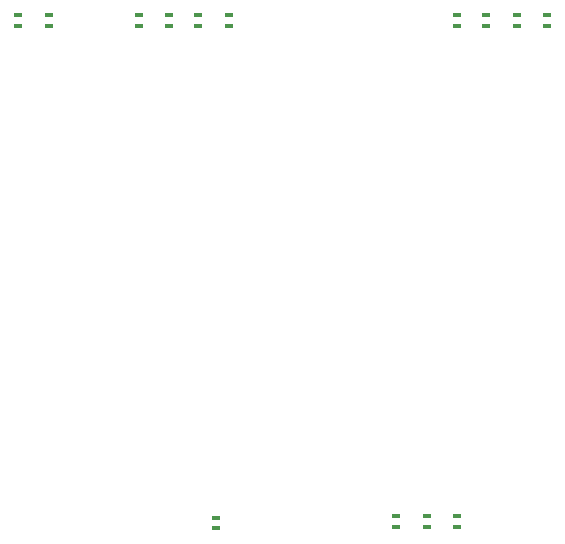
<source format=gbp>
G75*
%MOIN*%
%OFA0B0*%
%FSLAX25Y25*%
%IPPOS*%
%LPD*%
%AMOC8*
5,1,8,0,0,1.08239X$1,22.5*
%
%ADD10R,0.03000X0.01800*%
D10*
X0167003Y0035390D03*
X0167003Y0038990D03*
X0226848Y0039600D03*
X0226848Y0036000D03*
X0237048Y0036000D03*
X0237048Y0039600D03*
X0247248Y0039600D03*
X0247248Y0036000D03*
X0247248Y0202800D03*
X0247248Y0206400D03*
X0256848Y0206400D03*
X0256848Y0202800D03*
X0267048Y0202800D03*
X0267048Y0206400D03*
X0277248Y0206400D03*
X0277248Y0202800D03*
X0171048Y0202800D03*
X0171048Y0206400D03*
X0160848Y0206400D03*
X0160848Y0202800D03*
X0151248Y0202800D03*
X0151248Y0206400D03*
X0141048Y0206400D03*
X0141048Y0202800D03*
X0111048Y0202800D03*
X0111048Y0206400D03*
X0100848Y0206400D03*
X0100848Y0202800D03*
M02*

</source>
